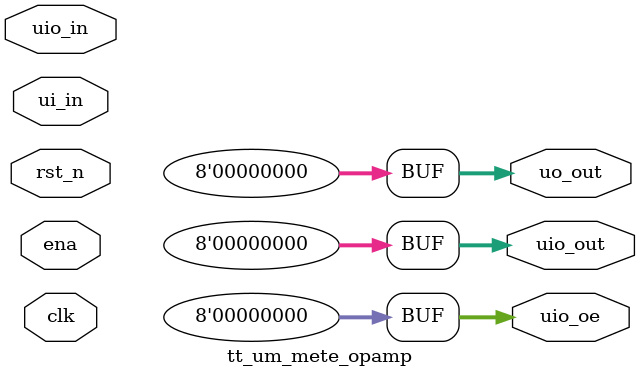
<source format=v>
/*
 * Copyright (c) 2024 MeteEKER
 * SPDX-License-Identifier: Apache-2.0
 */

`default_nettype none

// DİKKAT: Modül ismi info.yaml'daki 'top_module' ile AYNI OLMALI
module tt_um_mete_opamp (
    input  wire [7:0] ui_in,    // Dedicated inputs
    output wire [7:0] uo_out,   // Dedicated outputs
    input  wire [7:0] uio_in,   // IOs: Input path
    output wire [7:0] uio_out,  // IOs: Output path
    output wire [7:0] uio_oe,   // IOs: Enable path (active high: 0=input, 1=output)
    input  wire       ena,      // will go high when the design is enabled
    input  wire       clk,      // clock
    input  wire       rst_n     // reset_n - low to reset
);

  // Bu bir Analog proje.
  // Dijital pinleri kullanmadığımız için hepsini 0'a (Logic Low) çekiyoruz.
  // Bu sayede dijital testlerde hata almayız.

  assign uo_out  = 8'b0;
  assign uio_out = 8'b0;
  assign uio_oe  = 8'b0;

  // Kullanılmayan girişleri birleştirip 'unused' yapıyoruz ki uyarı vermesin
  wire _unused = &{ui_in, uio_in, ena, clk, rst_n};

endmodule

</source>
